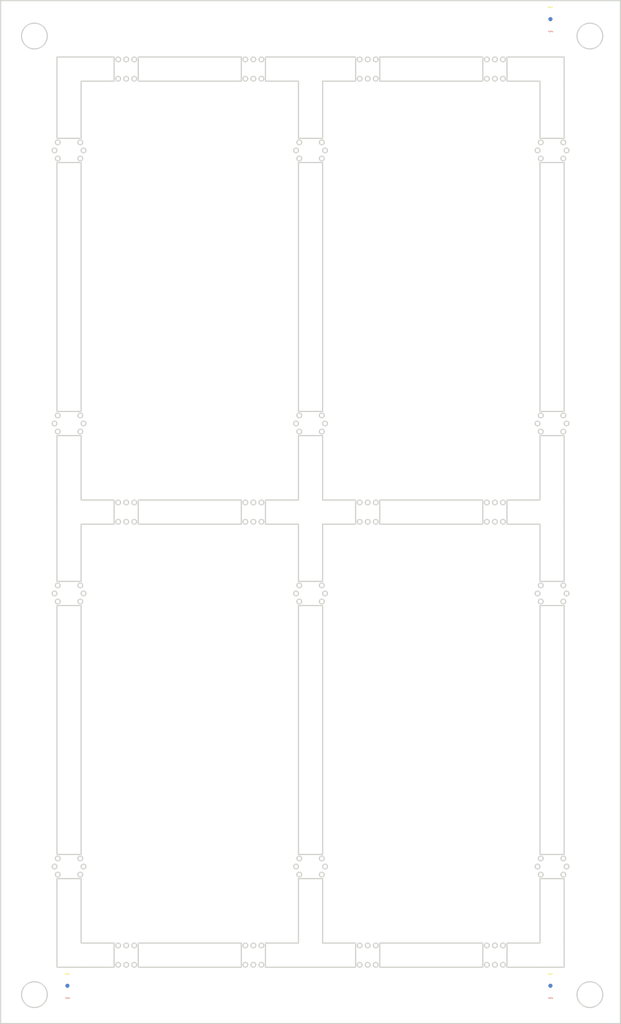
<source format=kicad_pcb>
(kicad_pcb (version 20171130) (host pcbnew "(5.0.0-rc2-dev-231-ge0e0687)")

  (general
    (thickness 1.6)
    (drawings 284)
    (tracks 0)
    (zones 0)
    (modules 6)
    (nets 1)
  )

  (page A4)
  (layers
    (0 F.Cu mixed)
    (1 In1.Cu mixed)
    (2 In2.Cu mixed)
    (31 B.Cu mixed)
    (32 B.Adhes user)
    (33 F.Adhes user)
    (34 B.Paste user)
    (35 F.Paste user)
    (36 B.SilkS user)
    (37 F.SilkS user)
    (38 B.Mask user)
    (39 F.Mask user)
    (40 Dwgs.User user)
    (41 Cmts.User user)
    (42 Eco1.User user)
    (43 Eco2.User user)
    (44 Edge.Cuts user)
    (45 Margin user)
    (46 B.CrtYd user)
    (47 F.CrtYd user)
    (48 B.Fab user hide)
    (49 F.Fab user hide)
  )

  (setup
    (last_trace_width 0.25)
    (user_trace_width 0.16)
    (user_trace_width 0.2)
    (user_trace_width 0.3)
    (user_trace_width 0.5)
    (user_trace_width 0.65)
    (user_trace_width 1.5)
    (user_trace_width 3)
    (user_trace_width 5)
    (user_trace_width 0.16)
    (user_trace_width 0.2)
    (user_trace_width 0.3)
    (user_trace_width 0.5)
    (user_trace_width 0.65)
    (user_trace_width 1.5)
    (user_trace_width 3)
    (user_trace_width 5)
    (user_trace_width 0.16)
    (user_trace_width 0.2)
    (user_trace_width 0.3)
    (user_trace_width 0.5)
    (user_trace_width 0.65)
    (user_trace_width 1.5)
    (user_trace_width 3)
    (user_trace_width 5)
    (user_trace_width 0.16)
    (user_trace_width 0.2)
    (user_trace_width 0.3)
    (user_trace_width 0.5)
    (user_trace_width 0.65)
    (user_trace_width 1.5)
    (user_trace_width 3)
    (user_trace_width 5)
    (user_trace_width 0.16)
    (user_trace_width 0.2)
    (user_trace_width 0.3)
    (user_trace_width 0.5)
    (user_trace_width 0.65)
    (user_trace_width 1.5)
    (user_trace_width 3)
    (user_trace_width 5)
    (user_trace_width 0.16)
    (user_trace_width 0.2)
    (user_trace_width 0.3)
    (user_trace_width 0.5)
    (user_trace_width 0.65)
    (user_trace_width 1.5)
    (user_trace_width 3)
    (user_trace_width 5)
    (user_trace_width 0.16)
    (user_trace_width 0.2)
    (user_trace_width 0.3)
    (user_trace_width 0.5)
    (user_trace_width 0.65)
    (user_trace_width 1.5)
    (user_trace_width 3)
    (user_trace_width 5)
    (user_trace_width 0.16)
    (user_trace_width 0.2)
    (user_trace_width 0.3)
    (user_trace_width 0.5)
    (user_trace_width 0.65)
    (user_trace_width 1.5)
    (user_trace_width 3)
    (user_trace_width 5)
    (user_trace_width 0.16)
    (user_trace_width 0.2)
    (user_trace_width 0.3)
    (user_trace_width 0.5)
    (user_trace_width 0.65)
    (user_trace_width 1.5)
    (user_trace_width 3)
    (user_trace_width 5)
    (user_trace_width 0.16)
    (user_trace_width 0.2)
    (user_trace_width 0.3)
    (user_trace_width 0.5)
    (user_trace_width 0.65)
    (user_trace_width 1.5)
    (user_trace_width 3)
    (user_trace_width 5)
    (trace_clearance 0.14)
    (zone_clearance 0.25)
    (zone_45_only yes)
    (trace_min 0.14)
    (segment_width 0.2)
    (edge_width 0.15)
    (via_size 0.6)
    (via_drill 0.3)
    (via_min_size 0.5)
    (via_min_drill 0.25)
    (user_via 0.6 0.3)
    (user_via 0.7 0.4)
    (user_via 0.8 0.5)
    (user_via 0.6 0.3)
    (user_via 0.7 0.4)
    (user_via 0.8 0.5)
    (user_via 0.6 0.3)
    (user_via 0.7 0.4)
    (user_via 0.8 0.5)
    (user_via 0.6 0.3)
    (user_via 0.7 0.4)
    (user_via 0.8 0.5)
    (user_via 0.6 0.3)
    (user_via 0.7 0.4)
    (user_via 0.8 0.5)
    (user_via 0.6 0.3)
    (user_via 0.7 0.4)
    (user_via 0.8 0.5)
    (user_via 0.6 0.3)
    (user_via 0.7 0.4)
    (user_via 0.8 0.5)
    (user_via 0.6 0.3)
    (user_via 0.7 0.4)
    (user_via 0.8 0.5)
    (user_via 0.6 0.3)
    (user_via 0.7 0.4)
    (user_via 0.8 0.5)
    (user_via 0.6 0.3)
    (user_via 0.7 0.4)
    (user_via 0.8 0.5)
    (uvia_size 0.3)
    (uvia_drill 0.1)
    (uvias_allowed no)
    (uvia_min_size 0.2)
    (uvia_min_drill 0.1)
    (pcb_text_width 0.3)
    (pcb_text_size 1.5 1.5)
    (mod_edge_width 0.15)
    (mod_text_size 0.8 0.8)
    (mod_text_width 0.15)
    (pad_size 0.5 0.5)
    (pad_drill 0)
    (pad_to_mask_clearance 0.2)
    (pad_to_paste_clearance_ratio -0.3)
    (aux_axis_origin 13.8 190.7)
    (visible_elements FFFFF77F)
    (pcbplotparams
      (layerselection 0x010fc_ffffffff)
      (usegerberextensions true)
      (usegerberattributes true)
      (usegerberadvancedattributes true)
      (creategerberjobfile true)
      (excludeedgelayer true)
      (linewidth 0.100000)
      (plotframeref false)
      (viasonmask false)
      (mode 1)
      (useauxorigin false)
      (hpglpennumber 1)
      (hpglpenspeed 20)
      (hpglpendiameter 15)
      (psnegative false)
      (psa4output false)
      (plotreference true)
      (plotvalue true)
      (plotinvisibletext false)
      (padsonsilk false)
      (subtractmaskfromsilk false)
      (outputformat 1)
      (mirror false)
      (drillshape 0)
      (scaleselection 1)
      (outputdirectory esc-sigma-4s-v5.4/))
  )

  (net 0 "")

  (net_class Default "This is the default net class."
    (clearance 0.14)
    (trace_width 0.25)
    (via_dia 0.6)
    (via_drill 0.3)
    (uvia_dia 0.3)
    (uvia_drill 0.1)
  )

  (module Fiducials:Fiducial_0.5mm_Dia_1mm_Outer (layer B.Cu) (tedit 5AA8C4DA) (tstamp 5AABC412)
    (at 82.1 66)
    (descr "Circular Fiducial, 0.5mm bare copper top; 1mm keepout (Level C)")
    (tags marker)
    (attr virtual)
    (fp_text reference ~ (at 0 1.5) (layer B.SilkS)
      (effects (font (size 1 1) (thickness 0.15)) (justify mirror))
    )
    (fp_text value Fiducial_0.5mm_Dia_1mm_Outer (at 1 1.2) (layer B.Fab)
      (effects (font (size 1 1) (thickness 0.15)) (justify mirror))
    )
    (fp_circle (center 0 0) (end 0.5 0) (layer B.Fab) (width 0.1))
    (fp_text user %R (at 0 0) (layer B.Fab)
      (effects (font (size 0.2 0.2) (thickness 0.04)) (justify mirror))
    )
    (fp_circle (center 0 0) (end 0.75 0) (layer B.CrtYd) (width 0.05))
    (pad ~ smd circle (at 0 0) (size 0.5 0.5) (layers B.Cu B.Mask)
      (solder_mask_margin 0.25) (clearance 0.25))
  )

  (module Fiducials:Fiducial_0.5mm_Dia_1mm_Outer (layer F.Cu) (tedit 5AA8C4DA) (tstamp 5AABD879)
    (at 82.1 66)
    (descr "Circular Fiducial, 0.5mm bare copper top; 1mm keepout (Level C)")
    (tags marker)
    (attr virtual)
    (fp_text reference ~ (at 0 -1.5) (layer F.SilkS)
      (effects (font (size 1 1) (thickness 0.15)))
    )
    (fp_text value Fiducial_0.5mm_Dia_1mm_Outer (at -0.1 2.5) (layer F.Fab)
      (effects (font (size 1 1) (thickness 0.15)))
    )
    (fp_circle (center 0 0) (end 0.75 0) (layer F.CrtYd) (width 0.05))
    (fp_text user %R (at 0 0) (layer F.Fab)
      (effects (font (size 0.2 0.2) (thickness 0.04)))
    )
    (fp_circle (center 0 0) (end 0.5 0) (layer F.Fab) (width 0.1))
    (pad ~ smd circle (at 0 0) (size 0.5 0.5) (layers F.Cu F.Mask)
      (solder_mask_margin 0.25) (clearance 0.25))
  )

  (module Fiducials:Fiducial_0.5mm_Dia_1mm_Outer (layer B.Cu) (tedit 5AA8C4DA) (tstamp 5AABD864)
    (at 82.1 186)
    (descr "Circular Fiducial, 0.5mm bare copper top; 1mm keepout (Level C)")
    (tags marker)
    (attr virtual)
    (fp_text reference ~ (at 0 1.5) (layer B.SilkS)
      (effects (font (size 1 1) (thickness 0.15)) (justify mirror))
    )
    (fp_text value Fiducial_0.5mm_Dia_1mm_Outer (at 1 1.2) (layer B.Fab)
      (effects (font (size 1 1) (thickness 0.15)) (justify mirror))
    )
    (fp_circle (center 0 0) (end 0.75 0) (layer B.CrtYd) (width 0.05))
    (fp_text user %R (at 0 0) (layer B.Fab)
      (effects (font (size 0.2 0.2) (thickness 0.04)) (justify mirror))
    )
    (fp_circle (center 0 0) (end 0.5 0) (layer B.Fab) (width 0.1))
    (pad ~ smd circle (at 0 0) (size 0.5 0.5) (layers B.Cu B.Mask)
      (solder_mask_margin 0.25) (clearance 0.25))
  )

  (module Fiducials:Fiducial_0.5mm_Dia_1mm_Outer (layer F.Cu) (tedit 5AA8C4DA) (tstamp 5AABD513)
    (at 82.1 186)
    (descr "Circular Fiducial, 0.5mm bare copper top; 1mm keepout (Level C)")
    (tags marker)
    (attr virtual)
    (fp_text reference ~ (at 0 -1.5) (layer F.SilkS)
      (effects (font (size 1 1) (thickness 0.15)))
    )
    (fp_text value Fiducial_0.5mm_Dia_1mm_Outer (at -0.1 2.5) (layer F.Fab)
      (effects (font (size 1 1) (thickness 0.15)))
    )
    (fp_circle (center 0 0) (end 0.5 0) (layer F.Fab) (width 0.1))
    (fp_text user %R (at 0 0) (layer F.Fab)
      (effects (font (size 0.2 0.2) (thickness 0.04)))
    )
    (fp_circle (center 0 0) (end 0.75 0) (layer F.CrtYd) (width 0.05))
    (pad ~ smd circle (at 0 0) (size 0.5 0.5) (layers F.Cu F.Mask)
      (solder_mask_margin 0.25) (clearance 0.25))
  )

  (module Fiducials:Fiducial_0.5mm_Dia_1mm_Outer (layer B.Cu) (tedit 5AA8C4DA) (tstamp 5AABD4FE)
    (at 22.1 186)
    (descr "Circular Fiducial, 0.5mm bare copper top; 1mm keepout (Level C)")
    (tags marker)
    (attr virtual)
    (fp_text reference ~ (at 0 1.5) (layer B.SilkS)
      (effects (font (size 1 1) (thickness 0.15)) (justify mirror))
    )
    (fp_text value Fiducial_0.5mm_Dia_1mm_Outer (at 0 -1.5) (layer B.Fab)
      (effects (font (size 1 1) (thickness 0.15)) (justify mirror))
    )
    (fp_circle (center 0 0) (end 0.5 0) (layer B.Fab) (width 0.1))
    (fp_text user %R (at 0 0) (layer B.Fab)
      (effects (font (size 0.2 0.2) (thickness 0.04)) (justify mirror))
    )
    (fp_circle (center 0 0) (end 0.75 0) (layer B.CrtYd) (width 0.05))
    (pad ~ smd circle (at 0 0) (size 0.5 0.5) (layers B.Cu B.Mask)
      (solder_mask_margin 0.25) (clearance 0.25))
  )

  (module Fiducials:Fiducial_0.5mm_Dia_1mm_Outer (layer F.Cu) (tedit 5AA8C4DA) (tstamp 5AAC291F)
    (at 22.1 186)
    (descr "Circular Fiducial, 0.5mm bare copper top; 1mm keepout (Level C)")
    (tags marker)
    (attr virtual)
    (fp_text reference ~ (at 0 -1.5) (layer F.SilkS)
      (effects (font (size 1 1) (thickness 0.15)))
    )
    (fp_text value Fiducial_0.5mm_Dia_1mm_Outer (at 0 1.5) (layer F.Fab)
      (effects (font (size 1 1) (thickness 0.15)))
    )
    (fp_circle (center 0 0) (end 0.75 0) (layer F.CrtYd) (width 0.05))
    (fp_text user %R (at 0 0) (layer F.Fab)
      (effects (font (size 0.2 0.2) (thickness 0.04)))
    )
    (fp_circle (center 0 0) (end 0.5 0) (layer F.Fab) (width 0.1))
    (pad ~ smd circle (at 0 0) (size 0.5 0.5) (layers F.Cu F.Mask)
      (solder_mask_margin 0.25) (clearance 0.25))
  )

  (gr_circle (center 18 68.1) (end 19.6 68.1) (layer Edge.Cuts) (width 0.15) (tstamp 5AAF645B))
  (gr_circle (center 18 187.1) (end 19.6 187.1) (layer Edge.Cuts) (width 0.15) (tstamp 5AAF6459))
  (gr_circle (center 87 187.1) (end 88.6 187.1) (layer Edge.Cuts) (width 0.15) (tstamp 5AAF6457))
  (gr_circle (center 87 68.1) (end 88.6 68.1) (layer Edge.Cuts) (width 0.15))
  (gr_circle (center 80.5 116.2) (end 80.2 116.2) (layer Edge.Cuts) (width 0.15) (tstamp 5AAC290D))
  (gr_circle (center 80.9 81.3) (end 80.6 81.3) (layer Edge.Cuts) (width 0.15) (tstamp 5AAC290A))
  (gr_circle (center 80.5 137.3) (end 80.2 137.3) (layer Edge.Cuts) (width 0.15) (tstamp 5AAC2907))
  (gr_circle (center 84.1 137.3) (end 84.4 137.3) (layer Edge.Cuts) (width 0.15) (tstamp 5AAC2904))
  (gr_circle (center 84.1 171.2) (end 84.4 171.2) (layer Edge.Cuts) (width 0.15) (tstamp 5AAC2901))
  (gr_circle (center 80.9 170.2) (end 80.6 170.2) (layer Edge.Cuts) (width 0.15) (tstamp 5AAC28FE))
  (gr_circle (center 80.9 115.2) (end 80.6 115.2) (layer Edge.Cuts) (width 0.15) (tstamp 5AAC28FB))
  (gr_circle (center 83.7 115.2) (end 84 115.2) (layer Edge.Cuts) (width 0.15) (tstamp 5AAC28F8))
  (gr_circle (center 80.9 117.2) (end 80.6 117.2) (layer Edge.Cuts) (width 0.15) (tstamp 5AAC28F5))
  (gr_circle (center 83.7 83.3) (end 84 83.3) (layer Edge.Cuts) (width 0.15) (tstamp 5AAC28F2))
  (gr_circle (center 80.9 138.3) (end 80.6 138.3) (layer Edge.Cuts) (width 0.15) (tstamp 5AAC28EF))
  (gr_circle (center 80.5 171.2) (end 80.2 171.2) (layer Edge.Cuts) (width 0.15) (tstamp 5AAC28EC))
  (gr_circle (center 84.1 116.2) (end 84.4 116.2) (layer Edge.Cuts) (width 0.15) (tstamp 5AAC28E9))
  (gr_circle (center 83.7 81.3) (end 84 81.3) (layer Edge.Cuts) (width 0.15) (tstamp 5AAC28E6))
  (gr_circle (center 84.1 82.3) (end 84.4 82.3) (layer Edge.Cuts) (width 0.15) (tstamp 5AAC28E3))
  (gr_circle (center 80.9 172.2) (end 80.6 172.2) (layer Edge.Cuts) (width 0.15) (tstamp 5AAC28E0))
  (gr_circle (center 83.7 136.3) (end 84 136.3) (layer Edge.Cuts) (width 0.15) (tstamp 5AAC28DD))
  (gr_circle (center 83.7 172.2) (end 84 172.2) (layer Edge.Cuts) (width 0.15) (tstamp 5AAC28DA))
  (gr_circle (center 83.7 117.2) (end 84 117.2) (layer Edge.Cuts) (width 0.15) (tstamp 5AAC28D7))
  (gr_circle (center 83.7 138.3) (end 84 138.3) (layer Edge.Cuts) (width 0.15) (tstamp 5AAC28D4))
  (gr_circle (center 83.7 170.2) (end 84 170.2) (layer Edge.Cuts) (width 0.15) (tstamp 5AAC28D1))
  (gr_circle (center 80.9 83.3) (end 80.6 83.3) (layer Edge.Cuts) (width 0.15) (tstamp 5AAC28CE))
  (gr_circle (center 80.5 82.3) (end 80.2 82.3) (layer Edge.Cuts) (width 0.15) (tstamp 5AAC28CB))
  (gr_circle (center 80.9 136.3) (end 80.6 136.3) (layer Edge.Cuts) (width 0.15) (tstamp 5AAC28C8))
  (gr_circle (center 53.7 136.3) (end 54 136.3) (layer Edge.Cuts) (width 0.15) (tstamp 5AAC28C5))
  (gr_circle (center 53.7 172.2) (end 54 172.2) (layer Edge.Cuts) (width 0.15) (tstamp 5AAC03F9))
  (gr_circle (center 53.7 81.3) (end 54 81.3) (layer Edge.Cuts) (width 0.15) (tstamp 5AAC03F6))
  (gr_circle (center 53.7 115.2) (end 54 115.2) (layer Edge.Cuts) (width 0.15) (tstamp 5AAC03F3))
  (gr_circle (center 50.9 83.3) (end 50.6 83.3) (layer Edge.Cuts) (width 0.15) (tstamp 5AAC03F0))
  (gr_circle (center 54.1 116.2) (end 54.4 116.2) (layer Edge.Cuts) (width 0.15) (tstamp 5AAC03ED))
  (gr_circle (center 50.9 81.3) (end 50.6 81.3) (layer Edge.Cuts) (width 0.15) (tstamp 5AAC03EA))
  (gr_circle (center 50.5 137.3) (end 50.2 137.3) (layer Edge.Cuts) (width 0.15) (tstamp 5AAC03E7))
  (gr_circle (center 50.5 82.3) (end 50.2 82.3) (layer Edge.Cuts) (width 0.15) (tstamp 5AAC03E4))
  (gr_circle (center 54.1 171.2) (end 54.4 171.2) (layer Edge.Cuts) (width 0.15) (tstamp 5AAC03E1))
  (gr_circle (center 50.9 115.2) (end 50.6 115.2) (layer Edge.Cuts) (width 0.15) (tstamp 5AAC03DE))
  (gr_circle (center 50.9 138.3) (end 50.6 138.3) (layer Edge.Cuts) (width 0.15) (tstamp 5AAC03DB))
  (gr_circle (center 53.7 170.2) (end 54 170.2) (layer Edge.Cuts) (width 0.15) (tstamp 5AAC03D8))
  (gr_circle (center 50.5 171.2) (end 50.2 171.2) (layer Edge.Cuts) (width 0.15) (tstamp 5AAC03D5))
  (gr_circle (center 50.9 117.2) (end 50.6 117.2) (layer Edge.Cuts) (width 0.15) (tstamp 5AAC03D2))
  (gr_circle (center 53.7 138.3) (end 54 138.3) (layer Edge.Cuts) (width 0.15) (tstamp 5AAC03CF))
  (gr_circle (center 50.9 170.2) (end 50.6 170.2) (layer Edge.Cuts) (width 0.15) (tstamp 5AAC03CC))
  (gr_circle (center 50.9 136.3) (end 50.6 136.3) (layer Edge.Cuts) (width 0.15) (tstamp 5AAC03C9))
  (gr_circle (center 53.7 117.2) (end 54 117.2) (layer Edge.Cuts) (width 0.15) (tstamp 5AAC03C6))
  (gr_circle (center 54.1 82.3) (end 54.4 82.3) (layer Edge.Cuts) (width 0.15) (tstamp 5AAC03C3))
  (gr_circle (center 53.7 83.3) (end 54 83.3) (layer Edge.Cuts) (width 0.15) (tstamp 5AAC03C0))
  (gr_circle (center 50.9 172.2) (end 50.6 172.2) (layer Edge.Cuts) (width 0.15) (tstamp 5AAC03BD))
  (gr_circle (center 50.5 116.2) (end 50.2 116.2) (layer Edge.Cuts) (width 0.15) (tstamp 5AAC03BA))
  (gr_circle (center 54.1 137.3) (end 54.4 137.3) (layer Edge.Cuts) (width 0.15) (tstamp 5AAC03B7))
  (gr_circle (center 23.7 136.3) (end 24 136.3) (layer Edge.Cuts) (width 0.15) (tstamp 5AAC03B4))
  (gr_circle (center 23.7 170.2) (end 24 170.2) (layer Edge.Cuts) (width 0.15) (tstamp 5AAC03B1))
  (gr_circle (center 20.9 138.3) (end 20.6 138.3) (layer Edge.Cuts) (width 0.15) (tstamp 5AAC03AE))
  (gr_circle (center 24.1 171.2) (end 24.4 171.2) (layer Edge.Cuts) (width 0.15) (tstamp 5AAC03AB))
  (gr_circle (center 20.9 136.3) (end 20.6 136.3) (layer Edge.Cuts) (width 0.15) (tstamp 5AAC03A8))
  (gr_circle (center 20.5 137.3) (end 20.2 137.3) (layer Edge.Cuts) (width 0.15) (tstamp 5AAC03A5))
  (gr_circle (center 20.9 170.2) (end 20.6 170.2) (layer Edge.Cuts) (width 0.15) (tstamp 5AAC03A2))
  (gr_circle (center 20.9 172.2) (end 20.6 172.2) (layer Edge.Cuts) (width 0.15) (tstamp 5AAC039F))
  (gr_circle (center 23.7 172.2) (end 24 172.2) (layer Edge.Cuts) (width 0.15) (tstamp 5AAC039C))
  (gr_circle (center 24.1 137.3) (end 24.4 137.3) (layer Edge.Cuts) (width 0.15) (tstamp 5AAC0399))
  (gr_circle (center 23.7 138.3) (end 24 138.3) (layer Edge.Cuts) (width 0.15) (tstamp 5AAC0396))
  (gr_circle (center 20.5 171.2) (end 20.2 171.2) (layer Edge.Cuts) (width 0.15) (tstamp 5AAC0393))
  (gr_circle (center 23.7 115.2) (end 24 115.2) (layer Edge.Cuts) (width 0.15) (tstamp 5AAC0390))
  (gr_circle (center 20.9 117.2) (end 20.6 117.2) (layer Edge.Cuts) (width 0.15) (tstamp 5AAC038D))
  (gr_circle (center 20.9 115.2) (end 20.6 115.2) (layer Edge.Cuts) (width 0.15) (tstamp 5AAC038A))
  (gr_circle (center 20.5 116.2) (end 20.2 116.2) (layer Edge.Cuts) (width 0.15) (tstamp 5AAC0387))
  (gr_circle (center 24.1 116.2) (end 24.4 116.2) (layer Edge.Cuts) (width 0.15) (tstamp 5AAC0384))
  (gr_circle (center 23.7 117.2) (end 24 117.2) (layer Edge.Cuts) (width 0.15) (tstamp 5AAC0381))
  (gr_circle (center 20.9 83.3) (end 20.6 83.3) (layer Edge.Cuts) (width 0.15) (tstamp 5AAC037E))
  (gr_circle (center 20.5 82.3) (end 20.2 82.3) (layer Edge.Cuts) (width 0.15) (tstamp 5AAC037B))
  (gr_circle (center 20.9 81.3) (end 20.6 81.3) (layer Edge.Cuts) (width 0.15) (tstamp 5AAC0378))
  (gr_circle (center 23.7 83.3) (end 24 83.3) (layer Edge.Cuts) (width 0.15) (tstamp 5AAC0375))
  (gr_circle (center 24.1 82.3) (end 24.4 82.3) (layer Edge.Cuts) (width 0.15) (tstamp 5AAC0372))
  (gr_circle (center 23.7 81.3) (end 24 81.3) (layer Edge.Cuts) (width 0.15) (tstamp 5AAC036F))
  (gr_circle (center 58.4 181) (end 58.4 181.3) (layer Edge.Cuts) (width 0.15) (tstamp 5AAC036C))
  (gr_circle (center 30.4 181) (end 30.4 181.3) (layer Edge.Cuts) (width 0.15) (tstamp 5AAC0369))
  (gr_circle (center 44.2 181) (end 44.2 181.3) (layer Edge.Cuts) (width 0.15) (tstamp 5AAC0366))
  (gr_circle (center 74.2 181) (end 74.2 181.3) (layer Edge.Cuts) (width 0.15) (tstamp 5AAC0363))
  (gr_circle (center 75.2 183.4) (end 75.2 183.7) (layer Edge.Cuts) (width 0.15) (tstamp 5AAC0360))
  (gr_circle (center 74.2 183.4) (end 74.2 183.7) (layer Edge.Cuts) (width 0.15) (tstamp 5AAC035D))
  (gr_circle (center 46.2 181) (end 46.2 181.3) (layer Edge.Cuts) (width 0.15) (tstamp 5AAC035A))
  (gr_circle (center 60.4 183.4) (end 60.4 183.7) (layer Edge.Cuts) (width 0.15) (tstamp 5AAC0357))
  (gr_circle (center 59.4 183.4) (end 59.4 183.7) (layer Edge.Cuts) (width 0.15) (tstamp 5AAC0354))
  (gr_circle (center 60.4 181) (end 60.4 181.3) (layer Edge.Cuts) (width 0.15) (tstamp 5AAC0351))
  (gr_circle (center 45.2 181) (end 45.2 181.3) (layer Edge.Cuts) (width 0.15) (tstamp 5AAC034E))
  (gr_circle (center 29.4 181) (end 29.4 181.3) (layer Edge.Cuts) (width 0.15) (tstamp 5AAC034B))
  (gr_circle (center 59.4 181) (end 59.4 181.3) (layer Edge.Cuts) (width 0.15) (tstamp 5AAC0348))
  (gr_circle (center 76.2 183.4) (end 76.2 183.7) (layer Edge.Cuts) (width 0.15) (tstamp 5AAC0345))
  (gr_circle (center 28.4 181) (end 28.4 181.3) (layer Edge.Cuts) (width 0.15) (tstamp 5AAC0342))
  (gr_circle (center 29.4 183.4) (end 29.4 183.7) (layer Edge.Cuts) (width 0.15) (tstamp 5AAC033F))
  (gr_circle (center 45.2 183.4) (end 45.2 183.7) (layer Edge.Cuts) (width 0.15) (tstamp 5AAC033C))
  (gr_circle (center 44.2 183.4) (end 44.2 183.7) (layer Edge.Cuts) (width 0.15) (tstamp 5AAC0339))
  (gr_circle (center 75.2 181) (end 75.2 181.3) (layer Edge.Cuts) (width 0.15) (tstamp 5AAC0336))
  (gr_circle (center 58.4 183.4) (end 58.4 183.7) (layer Edge.Cuts) (width 0.15) (tstamp 5AAC0333))
  (gr_circle (center 76.2 181) (end 76.2 181.3) (layer Edge.Cuts) (width 0.15) (tstamp 5AAC0330))
  (gr_circle (center 30.4 183.4) (end 30.4 183.7) (layer Edge.Cuts) (width 0.15) (tstamp 5AAC032D))
  (gr_circle (center 28.4 183.4) (end 28.4 183.7) (layer Edge.Cuts) (width 0.15) (tstamp 5AAC032A))
  (gr_circle (center 46.2 183.4) (end 46.2 183.7) (layer Edge.Cuts) (width 0.15) (tstamp 5AAC0327))
  (gr_circle (center 28.4 128.4) (end 28.4 128.7) (layer Edge.Cuts) (width 0.15) (tstamp 5AAC0324))
  (gr_circle (center 74.2 128.4) (end 74.2 128.7) (layer Edge.Cuts) (width 0.15) (tstamp 5AAC0321))
  (gr_circle (center 75.2 126) (end 75.2 126.3) (layer Edge.Cuts) (width 0.15) (tstamp 5AAC031E))
  (gr_circle (center 28.4 126) (end 28.4 126.3) (layer Edge.Cuts) (width 0.15) (tstamp 5AAC031B))
  (gr_circle (center 46.2 128.4) (end 46.2 128.7) (layer Edge.Cuts) (width 0.15) (tstamp 5AAC0318))
  (gr_circle (center 60.4 126) (end 60.4 126.3) (layer Edge.Cuts) (width 0.15) (tstamp 5AAC0315))
  (gr_circle (center 29.4 128.4) (end 29.4 128.7) (layer Edge.Cuts) (width 0.15) (tstamp 5AAC0312))
  (gr_circle (center 45.2 128.4) (end 45.2 128.7) (layer Edge.Cuts) (width 0.15) (tstamp 5AAC030F))
  (gr_circle (center 74.2 126) (end 74.2 126.3) (layer Edge.Cuts) (width 0.15) (tstamp 5AAC030C))
  (gr_circle (center 45.2 126) (end 45.2 126.3) (layer Edge.Cuts) (width 0.15) (tstamp 5AAC0309))
  (gr_circle (center 29.4 126) (end 29.4 126.3) (layer Edge.Cuts) (width 0.15) (tstamp 5AAC0306))
  (gr_circle (center 30.4 126) (end 30.4 126.3) (layer Edge.Cuts) (width 0.15) (tstamp 5AAC0303))
  (gr_circle (center 58.4 126) (end 58.4 126.3) (layer Edge.Cuts) (width 0.15) (tstamp 5AAC0300))
  (gr_circle (center 60.4 128.4) (end 60.4 128.7) (layer Edge.Cuts) (width 0.15) (tstamp 5AAC02FD))
  (gr_circle (center 75.2 128.4) (end 75.2 128.7) (layer Edge.Cuts) (width 0.15) (tstamp 5AAC02FA))
  (gr_circle (center 76.2 128.4) (end 76.2 128.7) (layer Edge.Cuts) (width 0.15) (tstamp 5AAC02F7))
  (gr_circle (center 59.4 126) (end 59.4 126.3) (layer Edge.Cuts) (width 0.15) (tstamp 5AAC56A3))
  (gr_circle (center 44.2 128.4) (end 44.2 128.7) (layer Edge.Cuts) (width 0.15) (tstamp 5AAC56A0))
  (gr_circle (center 76.2 126) (end 76.2 126.3) (layer Edge.Cuts) (width 0.15) (tstamp 5AAC569D))
  (gr_circle (center 44.2 126) (end 44.2 126.3) (layer Edge.Cuts) (width 0.15) (tstamp 5AAC569A))
  (gr_circle (center 59.4 128.4) (end 59.4 128.7) (layer Edge.Cuts) (width 0.15) (tstamp 5AAC5697))
  (gr_circle (center 30.4 128.4) (end 30.4 128.7) (layer Edge.Cuts) (width 0.15) (tstamp 5AAC5694))
  (gr_circle (center 58.4 128.4) (end 58.4 128.7) (layer Edge.Cuts) (width 0.15) (tstamp 5AAC5691))
  (gr_circle (center 46.2 126) (end 46.2 126.3) (layer Edge.Cuts) (width 0.15) (tstamp 5AAC568E))
  (gr_circle (center 76.2 71) (end 76.2 71.3) (layer Edge.Cuts) (width 0.15) (tstamp 5AAC568B))
  (gr_circle (center 74.2 71) (end 74.2 71.3) (layer Edge.Cuts) (width 0.15) (tstamp 5AAC5688))
  (gr_circle (center 76.2 73.4) (end 76.2 73.7) (layer Edge.Cuts) (width 0.15) (tstamp 5AAC5685))
  (gr_circle (center 75.2 71) (end 75.2 71.3) (layer Edge.Cuts) (width 0.15) (tstamp 5AAC5682))
  (gr_circle (center 75.2 73.4) (end 75.2 73.7) (layer Edge.Cuts) (width 0.15) (tstamp 5AAC567F))
  (gr_circle (center 74.2 73.4) (end 74.2 73.7) (layer Edge.Cuts) (width 0.15) (tstamp 5AAC567C))
  (gr_circle (center 60.4 73.4) (end 60.4 73.7) (layer Edge.Cuts) (width 0.15) (tstamp 5AAC5679))
  (gr_circle (center 59.4 73.4) (end 59.4 73.7) (layer Edge.Cuts) (width 0.15) (tstamp 5AAC5676))
  (gr_circle (center 59.4 71) (end 59.4 71.3) (layer Edge.Cuts) (width 0.15) (tstamp 5AAC5673))
  (gr_circle (center 58.4 73.4) (end 58.4 73.7) (layer Edge.Cuts) (width 0.15) (tstamp 5AAC5670))
  (gr_circle (center 58.4 71) (end 58.4 71.3) (layer Edge.Cuts) (width 0.15) (tstamp 5AAC566D))
  (gr_circle (center 60.4 71) (end 60.4 71.3) (layer Edge.Cuts) (width 0.15) (tstamp 5AAC566A))
  (gr_circle (center 44.2 73.4) (end 44.2 73.7) (layer Edge.Cuts) (width 0.15) (tstamp 5AAC5667))
  (gr_circle (center 44.2 71) (end 44.2 71.3) (layer Edge.Cuts) (width 0.15) (tstamp 5AAC5664))
  (gr_circle (center 45.2 73.4) (end 45.2 73.7) (layer Edge.Cuts) (width 0.15) (tstamp 5AAC5661))
  (gr_circle (center 45.2 71) (end 45.2 71.3) (layer Edge.Cuts) (width 0.15) (tstamp 5AAC565E))
  (gr_circle (center 46.2 71) (end 46.2 71.3) (layer Edge.Cuts) (width 0.15) (tstamp 5AAC565B))
  (gr_circle (center 46.2 73.4) (end 46.2 73.7) (layer Edge.Cuts) (width 0.15) (tstamp 5AAC5658))
  (gr_circle (center 28.4 71) (end 28.4 71.3) (layer Edge.Cuts) (width 0.15) (tstamp 5AAC5655))
  (gr_circle (center 29.4 71) (end 29.4 71.3) (layer Edge.Cuts) (width 0.15) (tstamp 5AAC5652))
  (gr_circle (center 30.4 71) (end 30.4 71.3) (layer Edge.Cuts) (width 0.15) (tstamp 5AAC564F))
  (gr_circle (center 30.4 73.4) (end 30.4 73.7) (layer Edge.Cuts) (width 0.15) (tstamp 5AAC564C))
  (gr_circle (center 28.4 73.4) (end 28.4 73.7) (layer Edge.Cuts) (width 0.15) (tstamp 5AAC5649))
  (gr_circle (center 29.4 73.4) (end 29.4 73.7) (layer Edge.Cuts) (width 0.15) (tstamp 5AAC5646))
  (gr_line (start 83.8 125.7) (end 83.8 128.7) (layer Edge.Cuts) (width 0.15) (tstamp 5AAC5643))
  (gr_line (start 80.8 135.8) (end 83.8 135.8) (layer Edge.Cuts) (width 0.15) (tstamp 5AAC5640))
  (gr_line (start 80.8 138.8) (end 83.8 138.8) (layer Edge.Cuts) (width 0.15) (tstamp 5AAC563D))
  (gr_line (start 80.8 169.7) (end 83.8 169.7) (layer Edge.Cuts) (width 0.15) (tstamp 5AAC563A))
  (gr_line (start 80.8 172.7) (end 83.8 172.7) (layer Edge.Cuts) (width 0.15) (tstamp 5AAC5637))
  (gr_line (start 80.8 80.8) (end 83.8 80.8) (layer Edge.Cuts) (width 0.15) (tstamp 5AAC5634))
  (gr_line (start 80.8 83.8) (end 83.8 83.8) (layer Edge.Cuts) (width 0.15) (tstamp 5AAC5631))
  (gr_line (start 80.8 114.7) (end 83.8 114.7) (layer Edge.Cuts) (width 0.15) (tstamp 5AAC562E))
  (gr_line (start 80.8 117.7) (end 83.8 117.7) (layer Edge.Cuts) (width 0.15) (tstamp 5AAC562B))
  (gr_line (start 83.8 183.7) (end 83.8 180.7) (layer Edge.Cuts) (width 0.15) (tstamp 5AAC5628))
  (gr_line (start 80.8 183.7) (end 83.8 183.7) (layer Edge.Cuts) (width 0.15) (tstamp 5AAC5625))
  (gr_line (start 76.7 180.7) (end 76.7 183.7) (layer Edge.Cuts) (width 0.15) (tstamp 5AAC5622))
  (gr_line (start 73.7 180.7) (end 73.7 183.7) (layer Edge.Cuts) (width 0.15) (tstamp 5AAC561F))
  (gr_line (start 60.9 180.7) (end 60.9 183.7) (layer Edge.Cuts) (width 0.15) (tstamp 5AAC561C))
  (gr_line (start 57.9 180.7) (end 57.9 183.7) (layer Edge.Cuts) (width 0.15) (tstamp 5AAC5619))
  (gr_line (start 50.8 183.7) (end 53.8 183.7) (layer Edge.Cuts) (width 0.15) (tstamp 5AAC5616))
  (gr_line (start 46.7 180.7) (end 46.7 183.7) (layer Edge.Cuts) (width 0.15) (tstamp 5AAC5613))
  (gr_line (start 43.7 180.7) (end 43.7 183.7) (layer Edge.Cuts) (width 0.15) (tstamp 5AAC5610))
  (gr_line (start 30.9 180.7) (end 30.9 183.7) (layer Edge.Cuts) (width 0.15) (tstamp 5AAC560D))
  (gr_line (start 27.9 180.7) (end 27.9 183.7) (layer Edge.Cuts) (width 0.15) (tstamp 5AAC560A))
  (gr_line (start 20.8 183.7) (end 23.8 183.7) (layer Edge.Cuts) (width 0.15) (tstamp 5AAC5607))
  (gr_line (start 20.8 180.7) (end 20.8 183.7) (layer Edge.Cuts) (width 0.15) (tstamp 5AAC5604))
  (gr_line (start 20.8 172.7) (end 23.8 172.7) (layer Edge.Cuts) (width 0.15) (tstamp 5AAC5601))
  (gr_line (start 20.8 169.7) (end 23.8 169.7) (layer Edge.Cuts) (width 0.15) (tstamp 5AAC55FE))
  (gr_line (start 20.8 138.8) (end 23.8 138.8) (layer Edge.Cuts) (width 0.15) (tstamp 5AAC55FB))
  (gr_line (start 20.8 135.8) (end 23.8 135.8) (layer Edge.Cuts) (width 0.15) (tstamp 5AAC55F8))
  (gr_line (start 20.8 125.7) (end 20.8 128.7) (layer Edge.Cuts) (width 0.15) (tstamp 5AAC55F5))
  (gr_line (start 20.8 117.7) (end 23.8 117.7) (layer Edge.Cuts) (width 0.15) (tstamp 5AAC55F2))
  (gr_line (start 20.8 114.7) (end 23.8 114.7) (layer Edge.Cuts) (width 0.15) (tstamp 5AAC55EF))
  (gr_line (start 20.8 83.8) (end 23.8 83.8) (layer Edge.Cuts) (width 0.15) (tstamp 5AAC55EC))
  (gr_line (start 20.8 80.8) (end 23.8 80.8) (layer Edge.Cuts) (width 0.15) (tstamp 5AAC55E9))
  (gr_line (start 20.8 70.7) (end 20.8 73.7) (layer Edge.Cuts) (width 0.15) (tstamp 5AAC55E6))
  (gr_line (start 23.8 70.7) (end 20.8 70.7) (layer Edge.Cuts) (width 0.15) (tstamp 5AAC55E3))
  (gr_line (start 27.9 70.7) (end 27.9 73.7) (layer Edge.Cuts) (width 0.15) (tstamp 5AAC55E0))
  (gr_line (start 30.9 70.7) (end 30.9 73.7) (layer Edge.Cuts) (width 0.15) (tstamp 5AAC55DD))
  (gr_line (start 43.7 70.7) (end 43.7 73.7) (layer Edge.Cuts) (width 0.15) (tstamp 5AAC55DA))
  (gr_line (start 46.7 70.7) (end 46.7 73.7) (layer Edge.Cuts) (width 0.15) (tstamp 5AAC55D7))
  (gr_line (start 53.8 70.7) (end 50.8 70.7) (layer Edge.Cuts) (width 0.15) (tstamp 5AAC55D4))
  (gr_line (start 57.9 70.7) (end 57.9 73.7) (layer Edge.Cuts) (width 0.15) (tstamp 5AAC55D1))
  (gr_line (start 60.9 70.7) (end 60.9 73.7) (layer Edge.Cuts) (width 0.15) (tstamp 5AAC55CE))
  (gr_line (start 73.7 70.7) (end 73.7 73.7) (layer Edge.Cuts) (width 0.15) (tstamp 5AAC55CB))
  (gr_line (start 76.7 70.7) (end 76.7 73.7) (layer Edge.Cuts) (width 0.15) (tstamp 5AAC55C8))
  (gr_line (start 83.8 70.7) (end 83.8 73.7) (layer Edge.Cuts) (width 0.15) (tstamp 5AAC55C5))
  (gr_line (start 80.8 70.7) (end 83.8 70.7) (layer Edge.Cuts) (width 0.15) (tstamp 5AAC55C2))
  (gr_line (start 83.8 135.8) (end 83.8 128.7) (layer Edge.Cuts) (width 0.15) (tstamp 5AAC55BF))
  (gr_line (start 83.8 117.7) (end 83.8 125.7) (layer Edge.Cuts) (width 0.15) (tstamp 5AAC55BC))
  (gr_line (start 83.8 80.8) (end 83.8 73.7) (layer Edge.Cuts) (width 0.15) (tstamp 5AAC55B9))
  (gr_line (start 83.8 172.7) (end 83.8 180.7) (layer Edge.Cuts) (width 0.15) (tstamp 5AAC55B6))
  (gr_line (start 83.8 83.8) (end 83.8 114.7) (layer Edge.Cuts) (width 0.15) (tstamp 5AAC55B3))
  (gr_line (start 83.8 138.8) (end 83.8 169.7) (layer Edge.Cuts) (width 0.15) (tstamp 5AAC55B0))
  (gr_line (start 20.8 172.7) (end 20.8 180.7) (layer Edge.Cuts) (width 0.15) (tstamp 5AAC55AD))
  (gr_line (start 20.8 138.8) (end 20.8 169.7) (layer Edge.Cuts) (width 0.15) (tstamp 5AAC55AA))
  (gr_line (start 20.8 135.8) (end 20.8 128.7) (layer Edge.Cuts) (width 0.15) (tstamp 5AAC55A7))
  (gr_line (start 20.8 80.8) (end 20.8 73.7) (layer Edge.Cuts) (width 0.15) (tstamp 5AAC55A4))
  (gr_line (start 20.8 117.7) (end 20.8 125.7) (layer Edge.Cuts) (width 0.15) (tstamp 5AAC55A1))
  (gr_line (start 20.8 83.8) (end 20.8 114.7) (layer Edge.Cuts) (width 0.15) (tstamp 5AAC559E))
  (gr_line (start 23.8 183.7) (end 27.9 183.7) (layer Edge.Cuts) (width 0.15) (tstamp 5AAC559B))
  (gr_line (start 43.7 183.7) (end 30.9 183.7) (layer Edge.Cuts) (width 0.15) (tstamp 5AAC5598))
  (gr_line (start 73.7 183.7) (end 60.9 183.7) (layer Edge.Cuts) (width 0.15) (tstamp 5AABE695))
  (gr_line (start 50.8 183.7) (end 46.7 183.7) (layer Edge.Cuts) (width 0.15) (tstamp 5AABE692))
  (gr_line (start 53.8 183.7) (end 57.9 183.7) (layer Edge.Cuts) (width 0.15) (tstamp 5AABE68F))
  (gr_line (start 80.8 183.7) (end 76.7 183.7) (layer Edge.Cuts) (width 0.15) (tstamp 5AABE68C))
  (gr_line (start 53.8 70.7) (end 57.9 70.7) (layer Edge.Cuts) (width 0.15) (tstamp 5AABE689))
  (gr_line (start 73.7 70.7) (end 60.9 70.7) (layer Edge.Cuts) (width 0.15) (tstamp 5AABE686))
  (gr_line (start 80.8 70.7) (end 76.7 70.7) (layer Edge.Cuts) (width 0.15) (tstamp 5AABE683))
  (gr_line (start 23.8 70.7) (end 27.9 70.7) (layer Edge.Cuts) (width 0.15) (tstamp 5AABE680))
  (gr_line (start 50.8 70.7) (end 46.7 70.7) (layer Edge.Cuts) (width 0.15) (tstamp 5AABE67D))
  (gr_line (start 43.7 70.7) (end 30.9 70.7) (layer Edge.Cuts) (width 0.15) (tstamp 5AABE67A))
  (gr_line (start 13.8 190.7) (end 13.8 63.7) (layer Edge.Cuts) (width 0.15) (tstamp 5AABE677))
  (gr_line (start 90.8 190.7) (end 13.8 190.7) (layer Edge.Cuts) (width 0.15) (tstamp 5AABE674))
  (gr_line (start 90.8 63.7) (end 90.8 190.7) (layer Edge.Cuts) (width 0.15) (tstamp 5AABE671))
  (gr_line (start 13.8 63.7) (end 90.8 63.7) (layer Edge.Cuts) (width 0.15) (tstamp 5AABE66E))
  (gr_line (start 50.8 83.8) (end 53.8 83.8) (layer Edge.Cuts) (width 0.15) (tstamp 5AABE66B))
  (gr_line (start 50.8 80.8) (end 53.8 80.8) (layer Edge.Cuts) (width 0.15) (tstamp 5AABE668))
  (gr_line (start 50.8 117.7) (end 53.8 117.7) (layer Edge.Cuts) (width 0.15) (tstamp 5AABE665))
  (gr_line (start 50.8 114.7) (end 53.8 114.7) (layer Edge.Cuts) (width 0.15) (tstamp 5AABE662))
  (gr_line (start 43.7 125.7) (end 43.7 128.7) (layer Edge.Cuts) (width 0.15) (tstamp 5AABE65F))
  (gr_line (start 46.7 125.7) (end 46.7 128.7) (layer Edge.Cuts) (width 0.15) (tstamp 5AABE65C))
  (gr_line (start 27.9 125.7) (end 27.9 128.7) (layer Edge.Cuts) (width 0.15) (tstamp 5AABE659))
  (gr_line (start 30.9 125.7) (end 30.9 128.7) (layer Edge.Cuts) (width 0.15) (tstamp 5AABE656))
  (gr_line (start 50.8 172.7) (end 53.8 172.7) (layer Edge.Cuts) (width 0.15) (tstamp 5AABE653))
  (gr_line (start 50.8 169.7) (end 53.8 169.7) (layer Edge.Cuts) (width 0.15) (tstamp 5AABE650))
  (gr_line (start 50.8 138.8) (end 53.8 138.8) (layer Edge.Cuts) (width 0.15) (tstamp 5AABE64D))
  (gr_line (start 50.8 135.8) (end 53.8 135.8) (layer Edge.Cuts) (width 0.15) (tstamp 5AABE64A))
  (gr_line (start 57.9 125.7) (end 57.9 128.7) (layer Edge.Cuts) (width 0.15) (tstamp 5AABE647))
  (gr_line (start 60.9 125.7) (end 60.9 128.7) (layer Edge.Cuts) (width 0.15) (tstamp 5AABE644))
  (gr_line (start 73.7 125.7) (end 73.7 128.7) (layer Edge.Cuts) (width 0.15) (tstamp 5AABE641))
  (gr_line (start 76.7 125.7) (end 76.7 128.7) (layer Edge.Cuts) (width 0.15) (tstamp 5AABE63E))
  (gr_line (start 53.8 128.7) (end 57.9 128.7) (layer Edge.Cuts) (width 0.15) (tstamp 5AABE63B))
  (gr_line (start 23.8 128.7) (end 27.9 128.7) (layer Edge.Cuts) (width 0.15) (tstamp 5AABE638))
  (gr_line (start 53.8 73.7) (end 57.9 73.7) (layer Edge.Cuts) (width 0.15) (tstamp 5AABE635))
  (gr_line (start 53.8 135.8) (end 53.8 128.7) (layer Edge.Cuts) (width 0.15) (tstamp 5AABE632))
  (gr_line (start 23.8 135.8) (end 23.8 128.7) (layer Edge.Cuts) (width 0.15) (tstamp 5AABE62F))
  (gr_line (start 53.8 80.8) (end 53.8 73.7) (layer Edge.Cuts) (width 0.15) (tstamp 5AABE62C))
  (gr_line (start 53.8 172.7) (end 53.8 180.7) (layer Edge.Cuts) (width 0.15) (tstamp 5AABE629))
  (gr_line (start 23.8 172.7) (end 23.8 180.7) (layer Edge.Cuts) (width 0.15) (tstamp 5AABE626))
  (gr_line (start 53.8 117.7) (end 53.8 125.7) (layer Edge.Cuts) (width 0.15) (tstamp 5AABE623))
  (gr_line (start 53.8 138.8) (end 53.8 169.7) (layer Edge.Cuts) (width 0.15) (tstamp 5AABE620))
  (gr_line (start 23.8 138.8) (end 23.8 169.7) (layer Edge.Cuts) (width 0.15) (tstamp 5AABE61D))
  (gr_line (start 53.8 83.8) (end 53.8 114.7) (layer Edge.Cuts) (width 0.15) (tstamp 5AABE61A))
  (gr_line (start 80.8 135.8) (end 80.8 128.7) (layer Edge.Cuts) (width 0.15) (tstamp 5AABE617))
  (gr_line (start 50.8 135.8) (end 50.8 128.7) (layer Edge.Cuts) (width 0.15) (tstamp 5AABE614))
  (gr_line (start 80.8 80.8) (end 80.8 73.7) (layer Edge.Cuts) (width 0.15) (tstamp 5AABE611))
  (gr_line (start 80.8 172.7) (end 80.8 180.7) (layer Edge.Cuts) (width 0.15) (tstamp 5AABE60E))
  (gr_line (start 50.8 172.7) (end 50.8 180.7) (layer Edge.Cuts) (width 0.15) (tstamp 5AABE60B))
  (gr_line (start 80.8 117.7) (end 80.8 125.7) (layer Edge.Cuts) (width 0.15) (tstamp 5AABE608))
  (gr_line (start 80.8 138.8) (end 80.8 169.7) (layer Edge.Cuts) (width 0.15) (tstamp 5AABE605))
  (gr_line (start 50.8 138.8) (end 50.8 169.7) (layer Edge.Cuts) (width 0.15) (tstamp 5AABE602))
  (gr_line (start 80.8 83.8) (end 80.8 114.7) (layer Edge.Cuts) (width 0.15) (tstamp 5AABE5FF))
  (gr_line (start 80.8 128.7) (end 76.7 128.7) (layer Edge.Cuts) (width 0.15) (tstamp 5AABE5FC))
  (gr_line (start 50.8 128.7) (end 46.7 128.7) (layer Edge.Cuts) (width 0.15) (tstamp 5AABE5F9))
  (gr_line (start 80.8 73.7) (end 76.7 73.7) (layer Edge.Cuts) (width 0.15) (tstamp 5AABE5F6))
  (gr_line (start 73.7 128.7) (end 60.9 128.7) (layer Edge.Cuts) (width 0.15) (tstamp 5AABE5F3))
  (gr_line (start 43.7 128.7) (end 30.9 128.7) (layer Edge.Cuts) (width 0.15) (tstamp 5AABE5F0))
  (gr_line (start 73.7 73.7) (end 60.9 73.7) (layer Edge.Cuts) (width 0.15) (tstamp 5AABE5ED))
  (gr_line (start 73.7 180.7) (end 60.9 180.7) (layer Edge.Cuts) (width 0.15) (tstamp 5AABE5EA))
  (gr_line (start 43.7 180.7) (end 30.9 180.7) (layer Edge.Cuts) (width 0.15) (tstamp 5AABE5E7))
  (gr_line (start 73.7 125.7) (end 60.9 125.7) (layer Edge.Cuts) (width 0.15) (tstamp 5AABE5E4))
  (gr_line (start 80.8 180.7) (end 76.7 180.7) (layer Edge.Cuts) (width 0.15) (tstamp 5AABE5E1))
  (gr_line (start 50.8 180.7) (end 46.7 180.7) (layer Edge.Cuts) (width 0.15) (tstamp 5AABE5DE))
  (gr_line (start 80.8 125.7) (end 76.7 125.7) (layer Edge.Cuts) (width 0.15) (tstamp 5AABE5DB))
  (gr_line (start 53.8 180.7) (end 57.9 180.7) (layer Edge.Cuts) (width 0.15) (tstamp 5AABE5D8))
  (gr_line (start 23.8 180.7) (end 27.9 180.7) (layer Edge.Cuts) (width 0.15) (tstamp 5AABE5D5))
  (gr_line (start 53.8 125.7) (end 57.9 125.7) (layer Edge.Cuts) (width 0.15) (tstamp 5AABE5D2))
  (gr_line (start 23.8 125.7) (end 27.9 125.7) (layer Edge.Cuts) (width 0.15) (tstamp 5AABE5CF))
  (gr_line (start 50.8 125.7) (end 46.7 125.7) (layer Edge.Cuts) (width 0.15) (tstamp 5AABE5CC))
  (gr_line (start 43.7 125.7) (end 30.9 125.7) (layer Edge.Cuts) (width 0.15) (tstamp 5AABE5C9))
  (gr_line (start 43.7 73.7) (end 30.9 73.7) (layer Edge.Cuts) (width 0.15) (tstamp 5AABE5C6))
  (gr_line (start 50.8 73.7) (end 46.7 73.7) (layer Edge.Cuts) (width 0.15) (tstamp 5AABE5C3))
  (gr_line (start 50.8 83.8) (end 50.8 114.7) (layer Edge.Cuts) (width 0.15) (tstamp 5AABE5C0))
  (gr_line (start 50.8 117.7) (end 50.8 125.7) (layer Edge.Cuts) (width 0.15) (tstamp 5AABE5BD))
  (gr_line (start 50.8 80.8) (end 50.8 73.7) (layer Edge.Cuts) (width 0.15) (tstamp 5AABE5BA))
  (gr_line (start 23.8 83.8) (end 23.8 114.7) (layer Edge.Cuts) (width 0.15) (tstamp 5AABE5B7))
  (gr_line (start 23.8 117.7) (end 23.8 125.7) (layer Edge.Cuts) (width 0.15) (tstamp 5AABE5B4))
  (gr_line (start 23.8 80.8) (end 23.8 73.7) (layer Edge.Cuts) (width 0.15) (tstamp 5AABE5B1))
  (gr_line (start 23.8 73.7) (end 27.9 73.7) (layer Edge.Cuts) (width 0.15) (tstamp 5AABE5AE))

)

</source>
